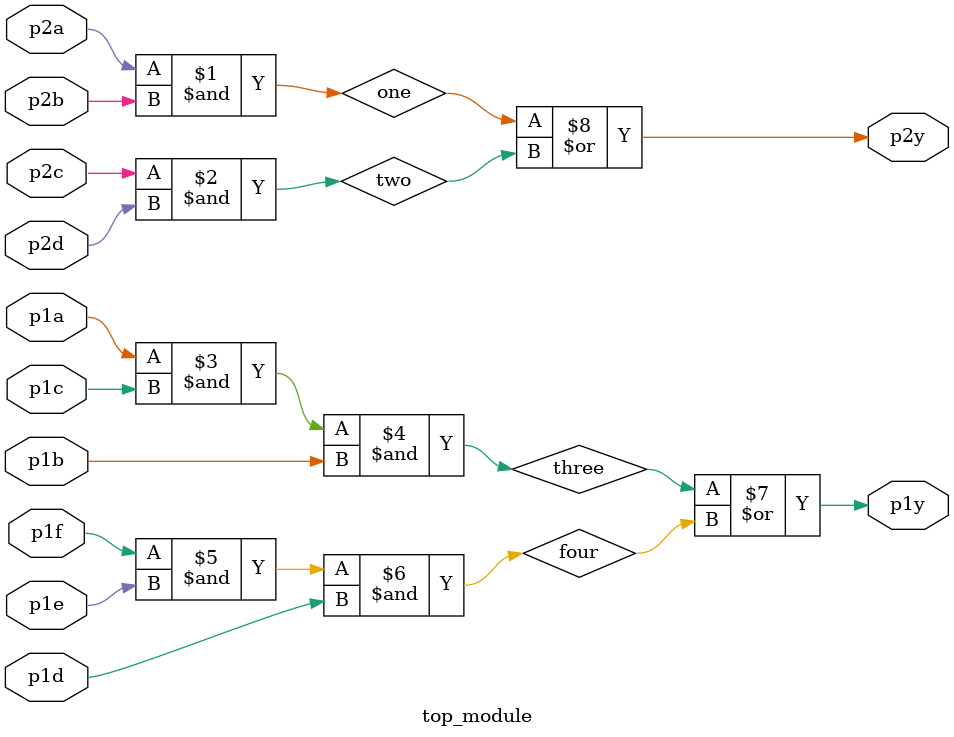
<source format=v>
module top_module ( 
    input p1a, p1b, p1c, p1d, p1e, p1f,
    output p1y,
    input p2a, p2b, p2c, p2d,
    output p2y );
wire one;
wire two;
wire three;
wire four;

assign one = p2a & p2b;
assign two = p2c & p2d;
assign three = p1a & p1c & p1b;
assign four = p1f & p1e & p1d;

assign p1y = three | four;
assign p2y = one | two;

endmodule

</source>
